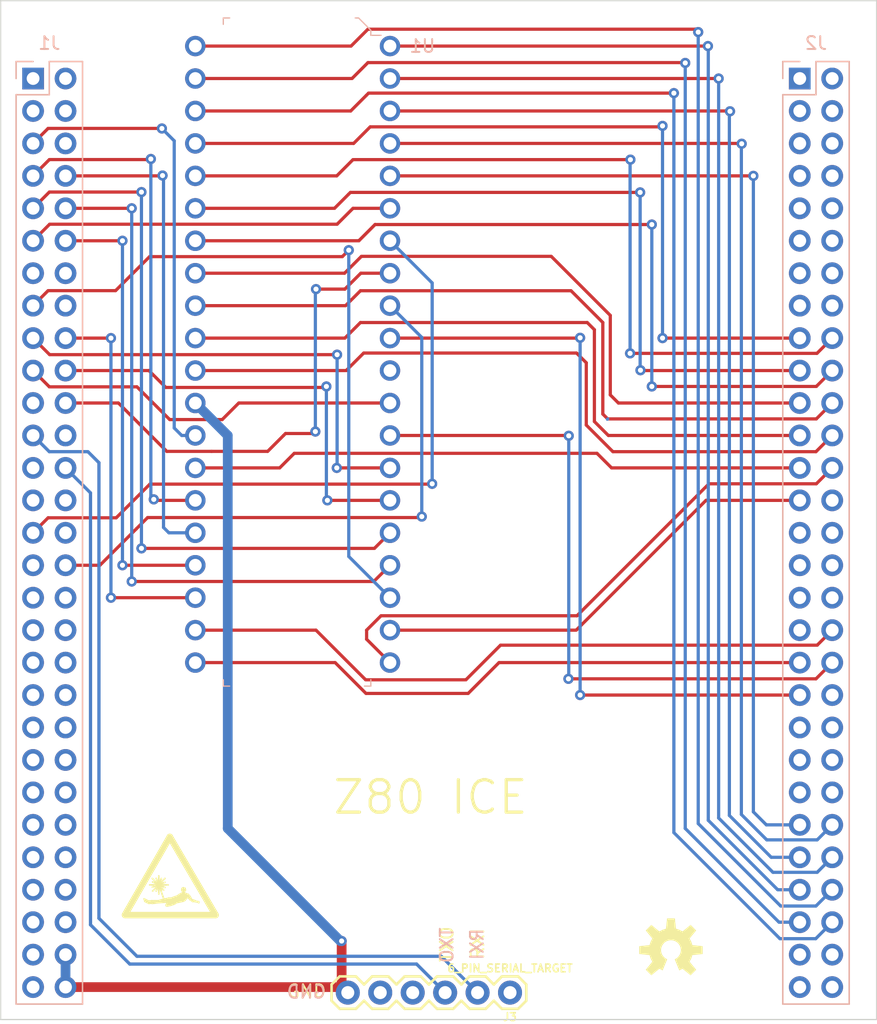
<source format=kicad_pcb>
(kicad_pcb (version 20211014) (generator pcbnew)
  (layers (0 "F.Cu" signal) (31 "B.Cu" signal) (34 "B.Paste" user) (35 "F.Paste" user) (36 "B.SilkS" user "B.Silkscreen") (37 "F.SilkS" user "F.Silkscreen") (38 "B.Mask" user) (39 "F.Mask" user) (44 "Edge.Cuts" user))
  (net 0 "")
  (net 5 "/~{RFSH}")
  (net 7 "/~{RESET}")
  (net 8 "/~{BUSRQ}")
  (net 9 "/~{INT}")
  (net 10 "/~{NMI}")
  (net 11 "/~{CLK}")
  (net 12 "/~{WAIT}")
  (net 15 "/~{HALT}")
  (net 17 "/D0")
  (net 18 "/~{BUSAK}")
  (net 19 "/D2")
  (net 20 "/D1")
  (net 22 "/D3")
  (net 27 "/D4")
  (net 30 "/D5")
  (net 53 "+3V3")
  (net 54 "GND")
  (net 55 "+5V")
  (net 72 "/A7")
  (net 73 "/A4")
  (net 74 "/A5")
  (net 75 "/A6")
  (net 76 "/A3")
  (net 77 "/A2")
  (net 78 "/A1")
  (net 79 "/A0")
  (net 80 "/~{M1}")
  (net 81 "/~{IORQ}")
  (net 82 "/~{MREQ}")
  (net 91 "/~{WR}")
  (net 92 "/~{RD}")
  (net 93 "/D7")
  (net 94 "/D6")
  (net 102 "/A15")
  (net 103 "/A14")
  (net 104 "/A13")
  (net 105 "/A12")
  (net 106 "/A11")
  (net 107 "/A10")
  (net 108 "/A9")
  (net 109 "/A8")
  (net 115 "Net-(J1-Pad23)")
  (net 116 "Net-(J1-Pad26)")
  (footprint "Aesthetics:OSHW-LOGO-M" (layer "F.Cu") (at 151.5364 119.0244)
    (fp_text reference "LOGO1" hide)
    (fp_text value "OSHW-LOGOM" hide)
  )
  (footprint "Connectors:1X06" (layer "F.Cu") (at 138.938 122.3518 180)
    (fp_text reference "J3" (at 0 -1.905 180) (layer "F.SilkS") (effects (font (size 0.6096 0.6096) (thickness 0.127))))
    (fp_text value "6_PIN_SERIAL_TARGET" (at 0 1.905 180) (layer "F.SilkS") (effects (font (size 0.6096 0.6096) (thickness 0.127))))
    (pad "1" thru_hole circle locked (at 0 0 180) (size 1.8796 1.8796) (drill 1.016) (layers *.Cu *.Mask))
    (pad "2" thru_hole circle locked (at 2.54 0 180) (size 1.8796 1.8796) (drill 1.016) (layers *.Cu *.Mask) (net 115 "Net-(J1-Pad23)"))
    (pad "3" thru_hole circle locked (at 5.08 0 180) (size 1.8796 1.8796) (drill 1.016) (layers *.Cu *.Mask) (net 116 "Net-(J1-Pad26)"))
    (pad "4" thru_hole circle locked (at 7.62 0 180) (size 1.8796 1.8796) (drill 1.016) (layers *.Cu *.Mask))
    (pad "5" thru_hole circle locked (at 10.16 0 180) (size 1.8796 1.8796) (drill 1.016) (layers *.Cu *.Mask))
    (pad "6" thru_hole circle locked (at 12.7 0 180) (size 1.8796 1.8796) (drill 1.016) (layers *.Cu *.Mask) (net 54 "GND"))
  )
  (footprint "PHYSNOCT:PHYSNOCT" (layer "F.Cu") (at 108.4941 116.6134)
    (fp_text reference "U2" hide)
    (fp_text value "PHYSNOCT_PHYSNOCT" hide)
  )
  (footprint "Connector_PinSocket_2.54mm:PinSocket_2x29_P2.54mm_Vertical" (layer "B.Cu") (at 101.6 50.8 180)
    (fp_text reference "J1" (at -1.27 2.77) (layer "B.SilkS") (effects (justify mirror)))
    (fp_text value "Conn_02x29_Odd_Even" hide)
    (pad "1" thru_hole rect (at 0 0 180) (size 1.7 1.7) (drill 1) (layers *.Cu *.Mask))
    (pad "2" thru_hole oval (at -2.54 0 180) (size 1.7 1.7) (drill 1) (layers *.Cu *.Mask))
    (pad "3" thru_hole oval (at 0 -2.54 180) (size 1.7 1.7) (drill 1) (layers *.Cu *.Mask))
    (pad "4" thru_hole oval (at -2.54 -2.54 180) (size 1.7 1.7) (drill 1) (layers *.Cu *.Mask))
    (pad "5" thru_hole oval (at 0 -5.08 180) (size 1.7 1.7) (drill 1) (layers *.Cu *.Mask) (net 5 "/~{RFSH}"))
    (pad "6" thru_hole oval (at -2.54 -5.08 180) (size 1.7 1.7) (drill 1) (layers *.Cu *.Mask))
    (pad "7" thru_hole oval (at 0 -7.62 180) (size 1.7 1.7) (drill 1) (layers *.Cu *.Mask) (net 7 "/~{RESET}"))
    (pad "8" thru_hole oval (at -2.54 -7.62 180) (size 1.7 1.7) (drill 1) (layers *.Cu *.Mask) (net 8 "/~{BUSRQ}"))
    (pad "9" thru_hole oval (at 0 -10.16 180) (size 1.7 1.7) (drill 1) (layers *.Cu *.Mask) (net 9 "/~{INT}"))
    (pad "10" thru_hole oval (at -2.54 -10.16 180) (size 1.7 1.7) (drill 1) (layers *.Cu *.Mask) (net 10 "/~{NMI}"))
    (pad "11" thru_hole oval (at 0 -12.7 180) (size 1.7 1.7) (drill 1) (layers *.Cu *.Mask) (net 11 "/~{CLK}"))
    (pad "12" thru_hole oval (at -2.54 -12.7 180) (size 1.7 1.7) (drill 1) (layers *.Cu *.Mask) (net 12 "/~{WAIT}"))
    (pad "13" thru_hole oval (at 0 -15.24 180) (size 1.7 1.7) (drill 1) (layers *.Cu *.Mask))
    (pad "14" thru_hole oval (at -2.54 -15.24 180) (size 1.7 1.7) (drill 1) (layers *.Cu *.Mask))
    (pad "15" thru_hole oval (at 0 -17.78 180) (size 1.7 1.7) (drill 1) (layers *.Cu *.Mask) (net 15 "/~{HALT}"))
    (pad "16" thru_hole oval (at -2.54 -17.78 180) (size 1.7 1.7) (drill 1) (layers *.Cu *.Mask))
    (pad "17" thru_hole oval (at 0 -20.32 180) (size 1.7 1.7) (drill 1) (layers *.Cu *.Mask) (net 17 "/D0"))
    (pad "18" thru_hole oval (at -2.54 -20.32 180) (size 1.7 1.7) (drill 1) (layers *.Cu *.Mask) (net 18 "/~{BUSAK}"))
    (pad "19" thru_hole oval (at 0 -22.86 180) (size 1.7 1.7) (drill 1) (layers *.Cu *.Mask) (net 19 "/D2"))
    (pad "20" thru_hole oval (at -2.54 -22.86 180) (size 1.7 1.7) (drill 1) (layers *.Cu *.Mask) (net 20 "/D1"))
    (pad "21" thru_hole oval (at 0 -25.4 180) (size 1.7 1.7) (drill 1) (layers *.Cu *.Mask))
    (pad "22" thru_hole oval (at -2.54 -25.4 180) (size 1.7 1.7) (drill 1) (layers *.Cu *.Mask) (net 22 "/D3"))
    (pad "23" thru_hole oval (at 0 -27.94 180) (size 1.7 1.7) (drill 1) (layers *.Cu *.Mask) (net 115 "Net-(J1-Pad23)"))
    (pad "24" thru_hole oval (at -2.54 -27.94 180) (size 1.7 1.7) (drill 1) (layers *.Cu *.Mask))
    (pad "25" thru_hole oval (at 0 -30.48 180) (size 1.7 1.7) (drill 1) (layers *.Cu *.Mask))
    (pad "26" thru_hole oval (at -2.54 -30.48 180) (size 1.7 1.7) (drill 1) (layers *.Cu *.Mask) (net 116 "Net-(J1-Pad26)"))
    (pad "27" thru_hole oval (at 0 -33.02 180) (size 1.7 1.7) (drill 1) (layers *.Cu *.Mask))
    (pad "28" thru_hole oval (at -2.54 -33.02 180) (size 1.7 1.7) (drill 1) (layers *.Cu *.Mask))
    (pad "29" thru_hole oval (at 0 -35.56 180) (size 1.7 1.7) (drill 1) (layers *.Cu *.Mask) (net 27 "/D4"))
    (pad "30" thru_hole oval (at -2.54 -35.56 180) (size 1.7 1.7) (drill 1) (layers *.Cu *.Mask))
    (pad "31" thru_hole oval (at 0 -38.1 180) (size 1.7 1.7) (drill 1) (layers *.Cu *.Mask))
    (pad "32" thru_hole oval (at -2.54 -38.1 180) (size 1.7 1.7) (drill 1) (layers *.Cu *.Mask) (net 30 "/D5"))
    (pad "33" thru_hole oval (at 0 -40.64 180) (size 1.7 1.7) (drill 1) (layers *.Cu *.Mask))
    (pad "34" thru_hole oval (at -2.54 -40.64 180) (size 1.7 1.7) (drill 1) (layers *.Cu *.Mask))
    (pad "35" thru_hole oval (at 0 -43.18 180) (size 1.7 1.7) (drill 1) (layers *.Cu *.Mask))
    (pad "36" thru_hole oval (at -2.54 -43.18 180) (size 1.7 1.7) (drill 1) (layers *.Cu *.Mask))
    (pad "37" thru_hole oval (at 0 -45.72 180) (size 1.7 1.7) (drill 1) (layers *.Cu *.Mask))
    (pad "38" thru_hole oval (at -2.54 -45.72 180) (size 1.7 1.7) (drill 1) (layers *.Cu *.Mask))
    (pad "39" thru_hole oval (at 0 -48.26 180) (size 1.7 1.7) (drill 1) (layers *.Cu *.Mask))
    (pad "40" thru_hole oval (at -2.54 -48.26 180) (size 1.7 1.7) (drill 1) (layers *.Cu *.Mask))
    (pad "41" thru_hole oval (at 0 -50.8 180) (size 1.7 1.7) (drill 1) (layers *.Cu *.Mask))
    (pad "42" thru_hole oval (at -2.54 -50.8 180) (size 1.7 1.7) (drill 1) (layers *.Cu *.Mask))
    (pad "43" thru_hole oval (at 0 -53.34 180) (size 1.7 1.7) (drill 1) (layers *.Cu *.Mask))
    (pad "44" thru_hole oval (at -2.54 -53.34 180) (size 1.7 1.7) (drill 1) (layers *.Cu *.Mask))
    (pad "45" thru_hole oval (at 0 -55.88 180) (size 1.7 1.7) (drill 1) (layers *.Cu *.Mask))
    (pad "46" thru_hole oval (at -2.54 -55.88 180) (size 1.7 1.7) (drill 1) (layers *.Cu *.Mask))
    (pad "47" thru_hole oval (at 0 -58.42 180) (size 1.7 1.7) (drill 1) (layers *.Cu *.Mask))
    (pad "48" thru_hole oval (at -2.54 -58.42 180) (size 1.7 1.7) (drill 1) (layers *.Cu *.Mask))
    (pad "49" thru_hole oval (at 0 -60.96 180) (size 1.7 1.7) (drill 1) (layers *.Cu *.Mask))
    (pad "50" thru_hole oval (at -2.54 -60.96 180) (size 1.7 1.7) (drill 1) (layers *.Cu *.Mask))
    (pad "51" thru_hole oval (at 0 -63.5 180) (size 1.7 1.7) (drill 1) (layers *.Cu *.Mask))
    (pad "52" thru_hole oval (at -2.54 -63.5 180) (size 1.7 1.7) (drill 1) (layers *.Cu *.Mask))
    (pad "53" thru_hole oval (at 0 -66.04 180) (size 1.7 1.7) (drill 1) (layers *.Cu *.Mask))
    (pad "54" thru_hole oval (at -2.54 -66.04 180) (size 1.7 1.7) (drill 1) (layers *.Cu *.Mask))
    (pad "55" thru_hole oval (at 0 -68.58 180) (size 1.7 1.7) (drill 1) (layers *.Cu *.Mask) (net 53 "+3V3"))
    (pad "56" thru_hole oval (at -2.54 -68.58 180) (size 1.7 1.7) (drill 1) (layers *.Cu *.Mask) (net 54 "GND"))
    (pad "57" thru_hole oval (at 0 -71.12 180) (size 1.7 1.7) (drill 1) (layers *.Cu *.Mask) (net 55 "+5V"))
    (pad "58" thru_hole oval (at -2.54 -71.12 180) (size 1.7 1.7) (drill 1) (layers *.Cu *.Mask) (net 54 "GND"))
  )
  (footprint "Connector_PinSocket_2.54mm:PinSocket_2x29_P2.54mm_Vertical" (layer "B.Cu") (at 161.6202 50.8 180)
    (fp_text reference "J2" (at -1.27 2.77) (layer "B.SilkS") (effects (justify mirror)))
    (fp_text value "Conn_02x29_Odd_Even" hide)
    (pad "1" thru_hole rect (at 0 0 180) (size 1.7 1.7) (drill 1) (layers *.Cu *.Mask))
    (pad "2" thru_hole oval (at -2.54 0 180) (size 1.7 1.7) (drill 1) (layers *.Cu *.Mask))
    (pad "3" thru_hole oval (at 0 -2.54 180) (size 1.7 1.7) (drill 1) (layers *.Cu *.Mask))
    (pad "4" thru_hole oval (at -2.54 -2.54 180) (size 1.7 1.7) (drill 1) (layers *.Cu *.Mask))
    (pad "5" thru_hole oval (at 0 -5.08 180) (size 1.7 1.7) (drill 1) (layers *.Cu *.Mask))
    (pad "6" thru_hole oval (at -2.54 -5.08 180) (size 1.7 1.7) (drill 1) (layers *.Cu *.Mask))
    (pad "7" thru_hole oval (at 0 -7.62 180) (size 1.7 1.7) (drill 1) (layers *.Cu *.Mask))
    (pad "8" thru_hole oval (at -2.54 -7.62 180) (size 1.7 1.7) (drill 1) (layers *.Cu *.Mask))
    (pad "9" thru_hole oval (at 0 -10.16 180) (size 1.7 1.7) (drill 1) (layers *.Cu *.Mask))
    (pad "10" thru_hole oval (at -2.54 -10.16 180) (size 1.7 1.7) (drill 1) (layers *.Cu *.Mask))
    (pad "11" thru_hole oval (at 0 -12.7 180) (size 1.7 1.7) (drill 1) (layers *.Cu *.Mask))
    (pad "12" thru_hole oval (at -2.54 -12.7 180) (size 1.7 1.7) (drill 1) (layers *.Cu *.Mask))
    (pad "13" thru_hole oval (at 0 -15.24 180) (size 1.7 1.7) (drill 1) (layers *.Cu *.Mask))
    (pad "14" thru_hole oval (at -2.54 -15.24 180) (size 1.7 1.7) (drill 1) (layers *.Cu *.Mask))
    (pad "15" thru_hole oval (at 0 -17.78 180) (size 1.7 1.7) (drill 1) (layers *.Cu *.Mask))
    (pad "16" thru_hole oval (at -2.54 -17.78 180) (size 1.7 1.7) (drill 1) (layers *.Cu *.Mask))
    (pad "17" thru_hole oval (at 0 -20.32 180) (size 1.7 1.7) (drill 1) (layers *.Cu *.Mask) (net 72 "/A7"))
    (pad "18" thru_hole oval (at -2.54 -20.32 180) (size 1.7 1.7) (drill 1) (layers *.Cu *.Mask) (net 75 "/A6"))
    (pad "19" thru_hole oval (at 0 -22.86 180) (size 1.7 1.7) (drill 1) (layers *.Cu *.Mask) (net 74 "/A5"))
    (pad "20" thru_hole oval (at -2.54 -22.86 180) (size 1.7 1.7) (drill 1) (layers *.Cu *.Mask) (net 73 "/A4"))
    (pad "21" thru_hole oval (at 0 -25.4 180) (size 1.7 1.7) (drill 1) (layers *.Cu *.Mask) (net 76 "/A3"))
    (pad "22" thru_hole oval (at -2.54 -25.4 180) (size 1.7 1.7) (drill 1) (layers *.Cu *.Mask) (net 77 "/A2"))
    (pad "23" thru_hole oval (at 0 -27.94 180) (size 1.7 1.7) (drill 1) (layers *.Cu *.Mask) (net 78 "/A1"))
    (pad "24" thru_hole oval (at -2.54 -27.94 180) (size 1.7 1.7) (drill 1) (layers *.Cu *.Mask) (net 79 "/A0"))
    (pad "25" thru_hole oval (at 0 -30.48 180) (size 1.7 1.7) (drill 1) (layers *.Cu *.Mask) (net 80 "/~{M1}"))
    (pad "26" thru_hole oval (at -2.54 -30.48 180) (size 1.7 1.7) (drill 1) (layers *.Cu *.Mask) (net 81 "/~{IORQ}"))
    (pad "27" thru_hole oval (at 0 -33.02 180) (size 1.7 1.7) (drill 1) (layers *.Cu *.Mask) (net 82 "/~{MREQ}"))
    (pad "28" thru_hole oval (at -2.54 -33.02 180) (size 1.7 1.7) (drill 1) (layers *.Cu *.Mask))
    (pad "29" thru_hole oval (at 0 -35.56 180) (size 1.7 1.7) (drill 1) (layers *.Cu *.Mask))
    (pad "30" thru_hole oval (at -2.54 -35.56 180) (size 1.7 1.7) (drill 1) (layers *.Cu *.Mask))
    (pad "31" thru_hole oval (at 0 -38.1 180) (size 1.7 1.7) (drill 1) (layers *.Cu *.Mask))
    (pad "32" thru_hole oval (at -2.54 -38.1 180) (size 1.7 1.7) (drill 1) (layers *.Cu *.Mask))
    (pad "33" thru_hole oval (at 0 -40.64 180) (size 1.7 1.7) (drill 1) (layers *.Cu *.Mask))
    (pad "34" thru_hole oval (at -2.54 -40.64 180) (size 1.7 1.7) (drill 1) (layers *.Cu *.Mask))
    (pad "35" thru_hole oval (at 0 -43.18 180) (size 1.7 1.7) (drill 1) (layers *.Cu *.Mask))
    (pad "36" thru_hole oval (at -2.54 -43.18 180) (size 1.7 1.7) (drill 1) (layers *.Cu *.Mask) (net 91 "/~{WR}"))
    (pad "37" thru_hole oval (at 0 -45.72 180) (size 1.7 1.7) (drill 1) (layers *.Cu *.Mask) (net 92 "/~{RD}"))
    (pad "38" thru_hole oval (at -2.54 -45.72 180) (size 1.7 1.7) (drill 1) (layers *.Cu *.Mask) (net 93 "/D7"))
    (pad "39" thru_hole oval (at 0 -48.26 180) (size 1.7 1.7) (drill 1) (layers *.Cu *.Mask) (net 94 "/D6"))
    (pad "40" thru_hole oval (at -2.54 -48.26 180) (size 1.7 1.7) (drill 1) (layers *.Cu *.Mask))
    (pad "41" thru_hole oval (at 0 -50.8 180) (size 1.7 1.7) (drill 1) (layers *.Cu *.Mask))
    (pad "42" thru_hole oval (at -2.54 -50.8 180) (size 1.7 1.7) (drill 1) (layers *.Cu *.Mask))
    (pad "43" thru_hole oval (at 0 -53.34 180) (size 1.7 1.7) (drill 1) (layers *.Cu *.Mask))
    (pad "44" thru_hole oval (at -2.54 -53.34 180) (size 1.7 1.7) (drill 1) (layers *.Cu *.Mask))
    (pad "45" thru_hole oval (at 0 -55.88 180) (size 1.7 1.7) (drill 1) (layers *.Cu *.Mask))
    (pad "46" thru_hole oval (at -2.54 -55.88 180) (size 1.7 1.7) (drill 1) (layers *.Cu *.Mask))
    (pad "47" thru_hole oval (at 0 -58.42 180) (size 1.7 1.7) (drill 1) (layers *.Cu *.Mask) (net 102 "/A15"))
    (pad "48" thru_hole oval (at -2.54 -58.42 180) (size 1.7 1.7) (drill 1) (layers *.Cu *.Mask) (net 103 "/A14"))
    (pad "49" thru_hole oval (at 0 -60.96 180) (size 1.7 1.7) (drill 1) (layers *.Cu *.Mask) (net 104 "/A13"))
    (pad "50" thru_hole oval (at -2.54 -60.96 180) (size 1.7 1.7) (drill 1) (layers *.Cu *.Mask) (net 105 "/A12"))
    (pad "51" thru_hole oval (at 0 -63.5 180) (size 1.7 1.7) (drill 1) (layers *.Cu *.Mask) (net 106 "/A11"))
    (pad "52" thru_hole oval (at -2.54 -63.5 180) (size 1.7 1.7) (drill 1) (layers *.Cu *.Mask) (net 107 "/A10"))
    (pad "53" thru_hole oval (at 0 -66.04 180) (size 1.7 1.7) (drill 1) (layers *.Cu *.Mask) (net 108 "/A9"))
    (pad "54" thru_hole oval (at -2.54 -66.04 180) (size 1.7 1.7) (drill 1) (layers *.Cu *.Mask) (net 109 "/A8"))
    (pad "55" thru_hole oval (at 0 -68.58 180) (size 1.7 1.7) (drill 1) (layers *.Cu *.Mask))
    (pad "56" thru_hole oval (at -2.54 -68.58 180) (size 1.7 1.7) (drill 1) (layers *.Cu *.Mask))
    (pad "57" thru_hole oval (at 0 -71.12 180) (size 1.7 1.7) (drill 1) (layers *.Cu *.Mask))
    (pad "58" thru_hole oval (at -2.54 -71.12 180) (size 1.7 1.7) (drill 1) (layers *.Cu *.Mask))
  )
  (footprint "digikey-footprints:DIP-40_W15.24mm" (layer "B.Cu") (at 129.54 48.26 180)
    (fp_text reference "U1" (at -2.54 0) (layer "B.SilkS") (effects (justify mirror)))
    (fp_text value "Z80CPU")
    (pad "1" thru_hole circle locked (at 0 0 180) (size 1.6 1.6) (drill 1) (layers *.Cu *.Mask) (net 106 "/A11"))
    (pad "2" thru_hole circle locked (at 0 -2.54 180) (size 1.6 1.6) (drill 1) (layers *.Cu *.Mask) (net 105 "/A12"))
    (pad "3" thru_hole circle locked (at 0 -5.08 180) (size 1.6 1.6) (drill 1) (layers *.Cu *.Mask) (net 104 "/A13"))
    (pad "4" thru_hole circle locked (at 0 -7.62 180) (size 1.6 1.6) (drill 1) (layers *.Cu *.Mask) (net 103 "/A14"))
    (pad "5" thru_hole circle locked (at 0 -10.16 180) (size 1.6 1.6) (drill 1) (layers *.Cu *.Mask) (net 102 "/A15"))
    (pad "6" thru_hole circle locked (at 0 -12.7 180) (size 1.6 1.6) (drill 1) (layers *.Cu *.Mask) (net 11 "/~{CLK}"))
    (pad "7" thru_hole circle locked (at 0 -15.24 180) (size 1.6 1.6) (drill 1) (layers *.Cu *.Mask) (net 27 "/D4"))
    (pad "8" thru_hole circle locked (at 0 -17.78 180) (size 1.6 1.6) (drill 1) (layers *.Cu *.Mask) (net 22 "/D3"))
    (pad "9" thru_hole circle locked (at 0 -20.32 180) (size 1.6 1.6) (drill 1) (layers *.Cu *.Mask) (net 30 "/D5"))
    (pad "10" thru_hole circle locked (at 0 -22.86 180) (size 1.6 1.6) (drill 1) (layers *.Cu *.Mask) (net 94 "/D6"))
    (pad "11" thru_hole circle locked (at 0 -25.4 180) (size 1.6 1.6) (drill 1) (layers *.Cu *.Mask))
    (pad "12" thru_hole circle locked (at 0 -27.94 180) (size 1.6 1.6) (drill 1) (layers *.Cu *.Mask) (net 19 "/D2"))
    (pad "13" thru_hole circle locked (at 0 -30.48 180) (size 1.6 1.6) (drill 1) (layers *.Cu *.Mask) (net 93 "/D7"))
    (pad "14" thru_hole circle locked (at 0 -33.02 180) (size 1.6 1.6) (drill 1) (layers *.Cu *.Mask) (net 17 "/D0"))
    (pad "15" thru_hole circle locked (at 0 -35.56 180) (size 1.6 1.6) (drill 1) (layers *.Cu *.Mask) (net 20 "/D1"))
    (pad "16" thru_hole circle locked (at 0 -38.1 180) (size 1.6 1.6) (drill 1) (layers *.Cu *.Mask) (net 9 "/~{INT}"))
    (pad "17" thru_hole circle locked (at 0 -40.64 180) (size 1.6 1.6) (drill 1) (layers *.Cu *.Mask) (net 10 "/~{NMI}"))
    (pad "18" thru_hole circle locked (at 0 -43.18 180) (size 1.6 1.6) (drill 1) (layers *.Cu *.Mask) (net 15 "/~{HALT}"))
    (pad "19" thru_hole circle locked (at 0 -45.72 180) (size 1.6 1.6) (drill 1) (layers *.Cu *.Mask) (net 82 "/~{MREQ}"))
    (pad "20" thru_hole circle locked (at 0 -48.26 180) (size 1.6 1.6) (drill 1) (layers *.Cu *.Mask) (net 81 "/~{IORQ}"))
    (pad "21" thru_hole circle locked (at 15.24 -48.26 180) (size 1.6 1.6) (drill 1) (layers *.Cu *.Mask) (net 92 "/~{RD}"))
    (pad "22" thru_hole circle locked (at 15.24 -45.72 180) (size 1.6 1.6) (drill 1) (layers *.Cu *.Mask) (net 91 "/~{WR}"))
    (pad "23" thru_hole circle locked (at 15.24 -43.18 180) (size 1.6 1.6) (drill 1) (layers *.Cu *.Mask) (net 18 "/~{BUSAK}"))
    (pad "24" thru_hole circle locked (at 15.24 -40.64 180) (size 1.6 1.6) (drill 1) (layers *.Cu *.Mask) (net 12 "/~{WAIT}"))
    (pad "25" thru_hole circle locked (at 15.24 -38.1 180) (size 1.6 1.6) (drill 1) (layers *.Cu *.Mask) (net 8 "/~{BUSRQ}"))
    (pad "26" thru_hole circle locked (at 15.24 -35.56 180) (size 1.6 1.6) (drill 1) (layers *.Cu *.Mask) (net 7 "/~{RESET}"))
    (pad "27" thru_hole circle locked (at 15.24 -33.02 180) (size 1.6 1.6) (drill 1) (layers *.Cu *.Mask) (net 80 "/~{M1}"))
    (pad "28" thru_hole circle locked (at 15.24 -30.48 180) (size 1.6 1.6) (drill 1) (layers *.Cu *.Mask) (net 5 "/~{RFSH}"))
    (pad "29" thru_hole circle locked (at 15.24 -27.94 180) (size 1.6 1.6) (drill 1) (layers *.Cu *.Mask) (net 54 "GND"))
    (pad "30" thru_hole circle locked (at 15.24 -25.4 180) (size 1.6 1.6) (drill 1) (layers *.Cu *.Mask) (net 79 "/A0"))
    (pad "31" thru_hole circle locked (at 15.24 -22.86 180) (size 1.6 1.6) (drill 1) (layers *.Cu *.Mask) (net 78 "/A1"))
    (pad "32" thru_hole circle locked (at 15.24 -20.32 180) (size 1.6 1.6) (drill 1) (layers *.Cu *.Mask) (net 77 "/A2"))
    (pad "33" thru_hole circle locked (at 15.24 -17.78 180) (size 1.6 1.6) (drill 1) (layers *.Cu *.Mask) (net 76 "/A3"))
    (pad "34" thru_hole circle locked (at 15.24 -15.24 180) (size 1.6 1.6) (drill 1) (layers *.Cu *.Mask) (net 73 "/A4"))
    (pad "35" thru_hole circle locked (at 15.24 -12.7 180) (size 1.6 1.6) (drill 1) (layers *.Cu *.Mask) (net 74 "/A5"))
    (pad "36" thru_hole circle locked (at 15.24 -10.16 180) (size 1.6 1.6) (drill 1) (layers *.Cu *.Mask) (net 75 "/A6"))
    (pad "37" thru_hole circle locked (at 15.24 -7.62 180) (size 1.6 1.6) (drill 1) (layers *.Cu *.Mask) (net 72 "/A7"))
    (pad "38" thru_hole circle locked (at 15.24 -5.08 180) (size 1.6 1.6) (drill 1) (layers *.Cu *.Mask) (net 109 "/A8"))
    (pad "39" thru_hole circle locked (at 15.24 -2.54 180) (size 1.6 1.6) (drill 1) (layers *.Cu *.Mask) (net 108 "/A9"))
    (pad "40" thru_hole circle locked (at 15.24 0 180) (size 1.6 1.6) (drill 1) (layers *.Cu *.Mask) (net 107 "/A10"))
  )
  (gr_rect (start 99.06 44.704) (end 167.64 124.46) (layer "Edge.Cuts") (width 0.1) (fill none))
  (gr_text "TXO" (at 133.985 118.6434 90) (layer "B.SilkS") (effects (font (size 1 1)) (justify mirror)))
  (gr_text "GND" (at 122.9868 122.301) (layer "B.SilkS") (effects (font (size 1 1)) (justify mirror)))
  (gr_text "RXI" (at 136.3472 118.5672 90) (layer "B.SilkS") (effects (font (size 1 1)) (justify mirror)))
  (gr_text "RXI" (at 136.398 118.5418 90) (layer "F.SilkS") (effects (font (size 1 1))))
  (gr_text "TXO" (at 133.985 118.5672 90) (layer "F.SilkS") (effects (font (size 1 1))))
  (gr_text "Z80 ICE" (at 132.715 107.061) (layer "F.SilkS") (effects (font (size 2.54 2.54) (thickness 0.254))))
  (gr_text "GND" (at 123.0122 122.2502) (layer "F.SilkS") (effects (font (size 1 1))))
  (segment (start 102.775 54.705) (end 111.6772 54.705) (width 0.25) (layer "F.Cu") (net 5))
  (segment (start 101.6 55.88) (end 102.775 54.705) (width 0.25) (layer "F.Cu") (net 5))
  (segment (start 111.6772 54.705) (end 111.6838 54.7116) (width 0.25) (layer "F.Cu") (net 5))
  (via (at 111.6838 54.7116) (size 0.8) (drill 0.4) (layers "F.Cu" "B.Cu") (net 5))
  (segment (start 113.2332 78.74) (end 114.3 78.74) (width 0.25) (layer "B.Cu") (net 5))
  (segment (start 111.6838 54.7116) (end 112.649 55.6768) (width 0.25) (layer "B.Cu") (net 5))
  (segment (start 112.649 78.1558) (end 113.2332 78.74) (width 0.25) (layer "B.Cu") (net 5))
  (segment (start 112.649 55.6768) (end 112.649 78.1558) (width 0.25) (layer "B.Cu") (net 5))
  (segment (start 111.125 83.82) (end 114.3 83.82) (width 0.25) (layer "F.Cu") (net 7))
  (segment (start 111.0488 83.7438) (end 111.125 83.82) (width 0.25) (layer "F.Cu") (net 7))
  (segment (start 102.874278 57.145722) (end 110.773678 57.145722) (width 0.25) (layer "F.Cu") (net 7))
  (segment (start 110.773678 57.145722) (end 110.8202 57.0992) (width 0.25) (layer "F.Cu") (net 7))
  (segment (start 101.6 58.42) (end 102.874278 57.145722) (width 0.25) (layer "F.Cu") (net 7))
  (via (at 110.8202 57.0992) (size 0.8) (drill 0.4) (layers "F.Cu" "B.Cu") (net 7))
  (via (at 111.0488 83.7438) (size 0.8) (drill 0.4) (layers "F.Cu" "B.Cu") (net 7))
  (segment (start 110.8202 83.5152) (end 110.8202 57.0992) (width 0.25) (layer "B.Cu") (net 7))
  (segment (start 111.0488 83.7438) (end 110.8202 83.5152) (width 0.25) (layer "B.Cu") (net 7))
  (segment (start 104.14 58.42) (end 111.7092 58.42) (width 0.25) (layer "F.Cu") (net 8))
  (segment (start 111.7092 58.42) (end 111.7346 58.3946) (width 0.25) (layer "F.Cu") (net 8))
  (via (at 111.7346 58.3946) (size 0.8) (drill 0.4) (layers "F.Cu" "B.Cu") (net 8))
  (segment (start 111.8108 85.9409) (end 112.2299 86.36) (width 0.25) (layer "B.Cu") (net 8))
  (segment (start 111.7346 58.3946) (end 111.8108 58.4708) (width 0.25) (layer "B.Cu") (net 8))
  (segment (start 112.2299 86.36) (end 114.3 86.36) (width 0.25) (layer "B.Cu") (net 8))
  (segment (start 111.8108 58.4708) (end 111.8108 85.9409) (width 0.25) (layer "B.Cu") (net 8))
  (segment (start 110.079322 59.685722) (end 110.0836 59.69) (width 0.25) (layer "F.Cu") (net 9))
  (segment (start 128.3208 87.5792) (end 129.54 86.36) (width 0.25) (layer "F.Cu") (net 9))
  (segment (start 110.0836 87.5792) (end 128.3208 87.5792) (width 0.25) (layer "F.Cu") (net 9))
  (segment (start 101.6 60.96) (end 102.874278 59.685722) (width 0.25) (layer "F.Cu") (net 9))
  (segment (start 102.874278 59.685722) (end 110.079322 59.685722) (width 0.25) (layer "F.Cu") (net 9))
  (via (at 110.0836 87.5792) (size 0.8) (drill 0.4) (layers "F.Cu" "B.Cu") (net 9))
  (via (at 110.0836 59.69) (size 0.8) (drill 0.4) (layers "F.Cu" "B.Cu") (net 9))
  (segment (start 110.0836 59.69) (end 110.0836 87.5792) (width 0.25) (layer "B.Cu") (net 9))
  (segment (start 104.14 60.96) (end 109.3216 60.96) (width 0.25) (layer "F.Cu") (net 10))
  (segment (start 128.27 90.17) (end 129.54 88.9) (width 0.25) (layer "F.Cu") (net 10))
  (segment (start 109.3216 90.17) (end 128.27 90.17) (width 0.25) (layer "F.Cu") (net 10))
  (via (at 109.3216 90.17) (size 0.8) (drill 0.4) (layers "F.Cu" "B.Cu") (net 10))
  (via (at 109.3216 60.96) (size 0.8) (drill 0.4) (layers "F.Cu" "B.Cu") (net 10))
  (segment (start 109.3216 60.96) (end 109.3216 90.17) (width 0.25) (layer "B.Cu") (net 10))
  (segment (start 102.8954 62.2046) (end 101.6 63.5) (width 0.25) (layer "F.Cu") (net 11))
  (segment (start 125.3998 62.2046) (end 102.8954 62.2046) (width 0.25) (layer "F.Cu") (net 11))
  (segment (start 129.54 60.96) (end 126.6444 60.96) (width 0.25) (layer "F.Cu") (net 11))
  (segment (start 126.6444 60.96) (end 125.3998 62.2046) (width 0.25) (layer "F.Cu") (net 11))
  (segment (start 104.14 63.5) (end 108.5971 63.5) (width 0.25) (layer "F.Cu") (net 12))
  (segment (start 108.5971 88.9) (end 114.3 88.9) (width 0.25) (layer "F.Cu") (net 12))
  (via (at 108.5971 88.9) (size 0.8) (drill 0.4) (layers "F.Cu" "B.Cu") (net 12))
  (via (at 108.5971 63.5) (size 0.8) (drill 0.4) (layers "F.Cu" "B.Cu") (net 12))
  (segment (start 108.5971 63.5) (end 108.5971 88.8867) (width 0.25) (layer "B.Cu") (net 12))
  (segment (start 108.5971 88.8867) (end 108.6104 88.9) (width 0.25) (layer "B.Cu") (net 12))
  (segment (start 108.6104 88.9) (end 108.5971 88.9) (width 0.25) (layer "B.Cu") (net 12))
  (segment (start 125.8062 64.7446) (end 126.3142 64.2366) (width 0.25) (layer "F.Cu") (net 15))
  (segment (start 101.6 68.58) (end 102.775 67.405) (width 0.25) (layer "F.Cu") (net 15))
  (segment (start 110.7186 64.7446) (end 125.8062 64.7446) (width 0.25) (layer "F.Cu") (net 15))
  (segment (start 102.775 67.405) (end 108.0582 67.405) (width 0.25) (layer "F.Cu") (net 15))
  (segment (start 108.0582 67.405) (end 110.7186 64.7446) (width 0.25) (layer "F.Cu") (net 15))
  (via (at 126.3142 64.2366) (size 0.8) (drill 0.4) (layers "F.Cu" "B.Cu") (net 15))
  (segment (start 126.3142 64.2366) (end 126.3142 88.2142) (width 0.25) (layer "B.Cu") (net 15))
  (segment (start 126.3142 88.2142) (end 129.54 91.44) (width 0.25) (layer "B.Cu") (net 15))
  (segment (start 125.3744 81.28) (end 129.54 81.28) (width 0.25) (layer "F.Cu") (net 17))
  (segment (start 101.6 71.12) (end 102.8954 72.4154) (width 0.25) (layer "F.Cu") (net 17))
  (segment (start 102.8954 72.4154) (end 125.3998 72.4154) (width 0.25) (layer "F.Cu") (net 17))
  (via (at 125.3998 72.4154) (size 0.8) (drill 0.4) (layers "F.Cu" "B.Cu") (net 17))
  (via (at 125.3744 81.28) (size 0.8) (drill 0.4) (layers "F.Cu" "B.Cu") (net 17))
  (segment (start 125.3998 72.4154) (end 125.3998 81.2546) (width 0.25) (layer "B.Cu") (net 17))
  (segment (start 125.3998 81.2546) (end 125.3744 81.28) (width 0.25) (layer "B.Cu") (net 17))
  (segment (start 104.14 71.12) (end 107.696 71.12) (width 0.25) (layer "F.Cu") (net 18))
  (segment (start 107.696 91.44) (end 114.3 91.44) (width 0.25) (layer "F.Cu") (net 18))
  (via (at 107.696 91.44) (size 0.8) (drill 0.4) (layers "F.Cu" "B.Cu") (net 18))
  (via (at 107.696 71.12) (size 0.8) (drill 0.4) (layers "F.Cu" "B.Cu") (net 18))
  (segment (start 107.696 71.12) (end 107.696 91.44) (width 0.25) (layer "B.Cu") (net 18))
  (segment (start 101.6 73.66) (end 102.874278 74.934278) (width 0.25) (layer "F.Cu") (net 19))
  (segment (start 112.2934 77.4954) (end 116.4082 77.4954) (width 0.25) (layer "F.Cu") (net 19))
  (segment (start 116.4082 77.4954) (end 117.7036 76.2) (width 0.25) (layer "F.Cu") (net 19))
  (segment (start 109.732278 74.934278) (end 112.2934 77.4954) (width 0.25) (layer "F.Cu") (net 19))
  (segment (start 117.7036 76.2) (end 129.54 76.2) (width 0.25) (layer "F.Cu") (net 19))
  (segment (start 102.874278 74.934278) (end 109.732278 74.934278) (width 0.25) (layer "F.Cu") (net 19))
  (segment (start 111.9886 74.9808) (end 124.4854 74.9808) (width 0.25) (layer "F.Cu") (net 20))
  (segment (start 104.14 73.66) (end 110.6678 73.66) (width 0.25) (layer "F.Cu") (net 20))
  (segment (start 124.4854 74.9808) (end 124.5616 74.9046) (width 0.25) (layer "F.Cu") (net 20))
  (segment (start 110.6678 73.66) (end 111.9886 74.9808) (width 0.25) (layer "F.Cu") (net 20))
  (segment (start 124.6378 83.82) (end 129.54 83.82) (width 0.25) (layer "F.Cu") (net 20))
  (via (at 124.6378 83.82) (size 0.8) (drill 0.4) (layers "F.Cu" "B.Cu") (net 20))
  (via (at 124.5616 74.9046) (size 0.8) (drill 0.4) (layers "F.Cu" "B.Cu") (net 20))
  (segment (start 124.5616 74.9046) (end 124.5616 83.7438) (width 0.25) (layer "B.Cu") (net 20))
  (segment (start 124.5616 83.7438) (end 124.6378 83.82) (width 0.25) (layer "B.Cu") (net 20))
  (segment (start 127.254 66.04) (end 126.1364 67.1576) (width 0.25) (layer "F.Cu") (net 22))
  (segment (start 123.7742 78.5114) (end 123.698 78.4352) (width 0.25) (layer "F.Cu") (net 22))
  (segment (start 111.9378 79.8576) (end 112.0648 79.9846) (width 0.25) (layer "F.Cu") (net 22))
  (segment (start 121.2088 78.74) (end 121.3612 78.5876) (width 0.25) (layer "F.Cu") (net 22))
  (segment (start 126.0094 67.2846) (end 126.1364 67.1576) (width 0.25) (layer "F.Cu") (net 22))
  (segment (start 123.7488 67.2846) (end 126.0094 67.2846) (width 0.25) (layer "F.Cu") (net 22))
  (segment (start 121.3612 78.5876) (end 123.7742 78.5876) (width 0.25) (layer "F.Cu") (net 22))
  (segment (start 119.9642 79.9846) (end 121.2088 78.74) (width 0.25) (layer "F.Cu") (net 22))
  (segment (start 126.0094 67.2846) (end 125.984 67.2846) (width 0.25) (layer "F.Cu") (net 22))
  (segment (start 129.54 66.04) (end 127.254 66.04) (width 0.25) (layer "F.Cu") (net 22))
  (segment (start 104.14 76.2) (end 108.2802 76.2) (width 0.25) (layer "F.Cu") (net 22))
  (segment (start 123.7742 78.5876) (end 123.7742 78.5114) (width 0.25) (layer "F.Cu") (net 22))
  (segment (start 108.2802 76.2) (end 111.9378 79.8576) (width 0.25) (layer "F.Cu") (net 22))
  (segment (start 112.0648 79.9846) (end 115.57 79.9846) (width 0.25) (layer "F.Cu") (net 22))
  (segment (start 115.57 79.9846) (end 119.9642 79.9846) (width 0.25) (layer "F.Cu") (net 22))
  (via (at 123.7488 67.2846) (size 0.8) (drill 0.4) (layers "F.Cu" "B.Cu") (net 22))
  (via (at 123.698 78.4352) (size 0.8) (drill 0.4) (layers "F.Cu" "B.Cu") (net 22))
  (segment (start 123.698 78.4352) (end 123.698 67.3354) (width 0.25) (layer "B.Cu") (net 22))
  (segment (start 123.698 67.3354) (end 123.7488 67.2846) (width 0.25) (layer "B.Cu") (net 22))
  (segment (start 108.109 85.185) (end 110.744 82.55) (width 0.25) (layer "F.Cu") (net 27))
  (segment (start 132.8166 82.55) (end 132.842 82.5246) (width 0.25) (layer "F.Cu") (net 27))
  (segment (start 101.6 86.36) (end 102.775 85.185) (width 0.25) (layer "F.Cu") (net 27))
  (segment (start 102.775 85.185) (end 108.109 85.185) (width 0.25) (layer "F.Cu") (net 27))
  (segment (start 110.744 82.55) (end 132.8166 82.55) (width 0.25) (layer "F.Cu") (net 27))
  (via (at 132.842 82.5246) (size 0.8) (drill 0.4) (layers "F.Cu" "B.Cu") (net 27))
  (segment (start 132.842 66.802) (end 129.54 63.5) (width 0.25) (layer "B.Cu") (net 27))
  (segment (start 132.842 82.5246) (end 132.842 66.802) (width 0.25) (layer "B.Cu") (net 27))
  (segment (start 104.14 88.9) (end 106.8324 88.9) (width 0.25) (layer "F.Cu") (net 30))
  (segment (start 131.953 85.1662) (end 132.0292 85.09) (width 0.25) (layer "F.Cu") (net 30))
  (segment (start 109.6772 86.0552) (end 110.5662 85.1662) (width 0.25) (layer "F.Cu") (net 30))
  (segment (start 106.8324 88.9) (end 109.6772 86.0552) (width 0.25) (layer "F.Cu") (net 30))
  (segment (start 110.5662 85.1662) (end 116.5352 85.1662) (width 0.25) (layer "F.Cu") (net 30))
  (segment (start 116.5352 85.1662) (end 131.953 85.1662) (width 0.25) (layer "F.Cu") (net 30))
  (via (at 132.0292 85.09) (size 0.8) (drill 0.4) (layers "F.Cu" "B.Cu") (net 30))
  (segment (start 132.0292 85.09) (end 132.0292 71.0692) (width 0.25) (layer "B.Cu") (net 30))
  (segment (start 132.0292 71.0692) (end 129.54 68.58) (width 0.25) (layer "B.Cu") (net 30))
  (segment (start 125.8062 121.92) (end 126.238 122.3518) (width 0.762) (layer "F.Cu") (net 54))
  (segment (start 125.7554 121.8692) (end 126.238 122.3518) (width 0.762) (layer "F.Cu") (net 54))
  (segment (start 125.7554 118.3132) (end 125.7554 121.8692) (width 0.762) (layer "F.Cu") (net 54))
  (segment (start 104.14 121.92) (end 125.8062 121.92) (width 0.762) (layer "F.Cu") (net 54))
  (via (at 125.7554 118.3132) (size 0.8) (drill 0.4) (layers "F.Cu" "B.Cu") (net 54))
  (segment (start 125.6538 118.3132) (end 125.7554 118.3132) (width 0.762) (layer "B.Cu") (net 54))
  (segment (start 116.84 78.74) (end 114.3 76.2) (width 0.762) (layer "B.Cu") (net 54))
  (segment (start 116.84 109.4994) (end 125.6538 118.3132) (width 0.762) (layer "B.Cu") (net 54))
  (segment (start 104.14 119.38) (end 104.14 121.92) (width 0.762) (layer "B.Cu") (net 54))
  (segment (start 116.84 109.4994) (end 116.84 78.74) (width 0.762) (layer "B.Cu") (net 54))
  (segment (start 150.876 71.12) (end 161.6202 71.12) (width 0.25) (layer "F.Cu") (net 72))
  (segment (start 114.3 55.88) (end 126.6952 55.88) (width 0.25) (layer "F.Cu") (net 72))
  (segment (start 126.6952 55.88) (end 127.9906 54.5846) (width 0.25) (layer "F.Cu") (net 72))
  (segment (start 150.7998 54.5846) (end 150.876 54.5084) (width 0.25) (layer "F.Cu") (net 72))
  (segment (start 127.9906 54.5846) (end 150.7998 54.5846) (width 0.25) (layer "F.Cu") (net 72))
  (via (at 150.876 54.5084) (size 0.8) (drill 0.4) (layers "F.Cu" "B.Cu") (net 72))
  (via (at 150.876 71.12) (size 0.8) (drill 0.4) (layers "F.Cu" "B.Cu") (net 72))
  (segment (start 150.876 54.5084) (end 150.876 71.12) (width 0.25) (layer "B.Cu") (net 72))
  (segment (start 114.3 63.5) (end 127.1016 63.5) (width 0.254) (layer "F.Cu") (net 73))
  (segment (start 150.0378 74.9046) (end 162.9156 74.9046) (width 0.25) (layer "F.Cu") (net 73))
  (segment (start 162.9156 74.9046) (end 164.1602 73.66) (width 0.25) (layer "F.Cu") (net 73))
  (segment (start 127.1016 63.5) (end 128.3716 62.23) (width 0.254) (layer "F.Cu") (net 73))
  (segment (start 128.3716 62.23) (end 150.0378 62.23) (width 0.254) (layer "F.Cu") (net 73))
  (via (at 150.0378 62.23) (size 0.8) (drill 0.4) (layers "F.Cu" "B.Cu") (net 73))
  (via (at 150.0378 74.9046) (size 0.8) (drill 0.4) (layers "F.Cu" "B.Cu") (net 73))
  (segment (start 150.0378 62.23) (end 150.0378 74.9046) (width 0.25) (layer "B.Cu") (net 73))
  (segment (start 149.1234 73.6092) (end 149.1488 73.6346) (width 0.25) (layer "F.Cu") (net 74))
  (segment (start 125.1966 60.96) (end 126.2888 59.8678) (width 0.25) (layer "F.Cu") (net 74))
  (segment (start 149.1488 73.6346) (end 149.1742 73.66) (width 0.25) (layer "F.Cu") (net 74))
  (segment (start 149.1742 73.66) (end 161.6202 73.66) (width 0.25) (layer "F.Cu") (net 74))
  (segment (start 114.3 60.96) (end 125.1966 60.96) (width 0.25) (layer "F.Cu") (net 74))
  (segment (start 126.2888 59.8678) (end 126.4412 59.7154) (width 0.25) (layer "F.Cu") (net 74))
  (segment (start 126.4412 59.7154) (end 149.1234 59.7154) (width 0.25) (layer "F.Cu") (net 74))
  (via (at 149.1234 59.7154) (size 0.8) (drill 0.4) (layers "F.Cu" "B.Cu") (net 74))
  (via (at 149.1488 73.6346) (size 0.8) (drill 0.4) (layers "F.Cu" "B.Cu") (net 74))
  (segment (start 149.1234 59.7154) (end 149.1234 73.6092) (width 0.25) (layer "B.Cu") (net 74))
  (segment (start 149.1234 73.6092) (end 149.1488 73.6346) (width 0.25) (layer "B.Cu") (net 74))
  (segment (start 126.6444 57.15) (end 125.3744 58.42) (width 0.25) (layer "F.Cu") (net 75))
  (segment (start 125.3744 58.42) (end 114.3 58.42) (width 0.25) (layer "F.Cu") (net 75))
  (segment (start 164.1094 71.12) (end 164.1602 71.12) (width 0.25) (layer "F.Cu") (net 75))
  (segment (start 148.336 72.3138) (end 162.9664 72.3138) (width 0.25) (layer "F.Cu") (net 75))
  (segment (start 148.3614 57.15) (end 126.6444 57.15) (width 0.25) (layer "F.Cu") (net 75))
  (segment (start 162.9664 72.3138) (end 164.1602 71.12) (width 0.25) (layer "F.Cu") (net 75))
  (segment (start 148.3487 72.3011) (end 148.336 72.3138) (width 0.25) (layer "F.Cu") (net 75))
  (via (at 148.336 72.3138) (size 0.8) (drill 0.4) (layers "F.Cu" "B.Cu") (net 75))
  (via (at 148.3614 57.15) (size 0.8) (drill 0.4) (layers "F.Cu" "B.Cu") (net 75))
  (segment (start 148.336 57.1754) (end 148.3614 57.15) (width 0.25) (layer "B.Cu") (net 75))
  (segment (start 148.336 72.3138) (end 148.336 57.1754) (width 0.25) (layer "B.Cu") (net 75))
  (segment (start 142.1638 64.7192) (end 146.7866 69.342) (width 0.25) (layer "F.Cu") (net 76))
  (segment (start 146.7866 69.342) (end 146.7866 75.565) (width 0.25) (layer "F.Cu") (net 76))
  (segment (start 146.7866 75.565) (end 147.4216 76.2) (width 0.25) (layer "F.Cu") (net 76))
  (segment (start 125.984 66.04) (end 127.3048 64.7192) (width 0.25) (layer "F.Cu") (net 76))
  (segment (start 147.4216 76.2) (end 161.6202 76.2) (width 0.25) (layer "F.Cu") (net 76))
  (segment (start 114.3 66.04) (end 125.984 66.04) (width 0.25) (layer "F.Cu") (net 76))
  (segment (start 127.3048 64.7192) (end 142.1638 64.7192) (width 0.25) (layer "F.Cu") (net 76))
  (segment (start 146.2024 77.0636) (end 146.5834 77.4446) (width 0.25) (layer "F.Cu") (net 77))
  (segment (start 162.9156 77.4446) (end 164.1602 76.2) (width 0.25) (layer "F.Cu") (net 77))
  (segment (start 143.7132 67.4116) (end 146.2024 69.9008) (width 0.25) (layer "F.Cu") (net 77))
  (segment (start 114.3 68.58) (end 126.0602 68.58) (width 0.25) (layer "F.Cu") (net 77))
  (segment (start 126.0602 68.58) (end 127.2286 67.4116) (width 0.25) (layer "F.Cu") (net 77))
  (segment (start 146.5834 77.4446) (end 162.9156 77.4446) (width 0.25) (layer "F.Cu") (net 77))
  (segment (start 146.2024 69.9008) (end 146.2024 77.0636) (width 0.25) (layer "F.Cu") (net 77))
  (segment (start 127.2286 67.4116) (end 143.7132 67.4116) (width 0.25) (layer "F.Cu") (net 77))
  (segment (start 146.558 77.47) (end 146.5834 77.4446) (width 0.25) (layer "B.Cu") (net 77))
  (segment (start 144.9832 69.9008) (end 145.542 70.4596) (width 0.25) (layer "F.Cu") (net 78))
  (segment (start 127.2286 69.9008) (end 144.9832 69.9008) (width 0.25) (layer "F.Cu") (net 78))
  (segment (start 126.0094 71.12) (end 127.2286 69.9008) (width 0.25) (layer "F.Cu") (net 78))
  (segment (start 114.3 71.12) (end 126.0094 71.12) (width 0.25) (layer "F.Cu") (net 78))
  (segment (start 145.542 77.6478) (end 146.6342 78.74) (width 0.25) (layer "F.Cu") (net 78))
  (segment (start 146.6342 78.74) (end 161.6202 78.74) (width 0.25) (layer "F.Cu") (net 78))
  (segment (start 145.542 70.4596) (end 145.542 77.6478) (width 0.25) (layer "F.Cu") (net 78))
  (segment (start 144.907 73.0504) (end 144.907 77.9272) (width 0.25) (layer "F.Cu") (net 79))
  (segment (start 146.9898 80.01) (end 162.8902 80.01) (width 0.25) (layer "F.Cu") (net 79))
  (segment (start 114.3 73.66) (end 126.111 73.66) (width 0.25) (layer "F.Cu") (net 79))
  (segment (start 144.145 72.2884) (end 144.907 73.0504) (width 0.25) (layer "F.Cu") (net 79))
  (segment (start 144.907 77.9272) (end 146.9898 80.01) (width 0.25) (layer "F.Cu") (net 79))
  (segment (start 126.111 73.66) (end 127.4826 72.2884) (width 0.25) (layer "F.Cu") (net 79))
  (segment (start 162.8902 80.01) (end 164.1602 78.74) (width 0.25) (layer "F.Cu") (net 79))
  (segment (start 127.4826 72.2884) (end 144.145 72.2884) (width 0.25) (layer "F.Cu") (net 79))
  (segment (start 120.904 81.28) (end 122.047 80.137) (width 0.25) (layer "F.Cu") (net 80))
  (segment (start 114.3 81.28) (end 120.904 81.28) (width 0.25) (layer "F.Cu") (net 80))
  (segment (start 146.8882 81.28) (end 161.6202 81.28) (width 0.25) (layer "F.Cu") (net 80))
  (segment (start 145.7452 80.137) (end 146.8882 81.28) (width 0.25) (layer "F.Cu") (net 80))
  (segment (start 122.047 80.137) (end 145.7452 80.137) (width 0.25) (layer "F.Cu") (net 80))
  (segment (start 162.9156 82.5246) (end 154.5082 82.5246) (width 0.25) (layer "F.Cu") (net 81))
  (segment (start 164.1602 81.28) (end 162.9156 82.5246) (width 0.25) (layer "F.Cu") (net 81))
  (segment (start 154.5082 82.5246) (end 144.1778 92.855) (width 0.25) (layer "F.Cu") (net 81))
  (segment (start 144.1778 92.855) (end 128.8362 92.855) (width 0.25) (layer "F.Cu") (net 81))
  (segment (start 128.8362 92.855) (end 127.7112 93.98) (width 0.25) (layer "F.Cu") (net 81))
  (segment (start 127.7112 93.98) (end 127.7112 94.6912) (width 0.25) (layer "F.Cu") (net 81))
  (segment (start 127.7112 94.6912) (end 129.54 96.52) (width 0.25) (layer "F.Cu") (net 81))
  (segment (start 154.2796 83.82) (end 161.6202 83.82) (width 0.25) (layer "F.Cu") (net 82))
  (segment (start 129.54 93.98) (end 144.1196 93.98) (width 0.25) (layer "F.Cu") (net 82))
  (segment (start 144.1196 93.98) (end 154.2796 83.82) (width 0.25) (layer "F.Cu") (net 82))
  (segment (start 127.635 97.8662) (end 135.4836 97.8662) (width 0.25) (layer "F.Cu") (net 91))
  (segment (start 114.3 93.98) (end 123.7488 93.98) (width 0.25) (layer "F.Cu") (net 91))
  (segment (start 162.9852 95.155) (end 164.1602 93.98) (width 0.25) (layer "F.Cu") (net 91))
  (segment (start 138.1948 95.155) (end 162.9852 95.155) (width 0.25) (layer "F.Cu") (net 91))
  (segment (start 123.7488 93.98) (end 127.635 97.8662) (width 0.25) (layer "F.Cu") (net 91))
  (segment (start 135.4836 97.8662) (end 138.1948 95.155) (width 0.25) (layer "F.Cu") (net 91))
  (segment (start 127.6604 98.933) (end 135.6614 98.933) (width 0.25) (layer "F.Cu") (net 92))
  (segment (start 114.3 96.52) (end 125.2474 96.52) (width 0.25) (layer "F.Cu") (net 92))
  (segment (start 135.6614 98.933) (end 138.0744 96.52) (width 0.25) (layer "F.Cu") (net 92))
  (segment (start 125.2474 96.52) (end 127.6604 98.933) (width 0.25) (layer "F.Cu") (net 92))
  (segment (start 138.0744 96.52) (end 161.6202 96.52) (width 0.25) (layer "F.Cu") (net 92))
  (segment (start 162.8902 97.79) (end 164.1602 96.52) (width 0.25) (layer "F.Cu") (net 93))
  (segment (start 143.51 78.74) (end 143.5354 78.7654) (width 0.25) (layer "F.Cu") (net 93))
  (segment (start 129.54 78.74) (end 143.51 78.74) (width 0.25) (layer "F.Cu") (net 93))
  (segment (start 143.51 97.79) (end 162.8902 97.79) (width 0.25) (layer "F.Cu") (net 93))
  (via (at 143.5354 78.7654) (size 0.8) (drill 0.4) (layers "F.Cu" "B.Cu") (net 93))
  (via (at 143.51 97.79) (size 0.8) (drill 0.4) (layers "F.Cu" "B.Cu") (net 93))
  (segment (start 143.5354 78.7654) (end 143.5354 97.7646) (width 0.25) (layer "B.Cu") (net 93))
  (segment (start 143.5354 97.7646) (end 143.51 97.79) (width 0.25) (layer "B.Cu") (net 93))
  (segment (start 144.399 71.12) (end 144.4244 71.0946) (width 0.25) (layer "F.Cu") (net 94))
  (segment (start 129.54 71.12) (end 144.399 71.12) (width 0.25) (layer "F.Cu") (net 94))
  (segment (start 144.4244 99.06) (end 161.6202 99.06) (width 0.25) (layer "F.Cu") (net 94))
  (via (at 144.4244 71.0946) (size 0.8) (drill 0.4) (layers "F.Cu" "B.Cu") (net 94))
  (via (at 144.4244 99.06) (size 0.8) (drill 0.4) (layers "F.Cu" "B.Cu") (net 94))
  (segment (start 144.4244 71.0946) (end 144.4244 99.06) (width 0.25) (layer "B.Cu") (net 94))
  (segment (start 157.988 58.42) (end 129.54 58.42) (width 0.25) (layer "F.Cu") (net 102))
  (via (at 157.988 58.42) (size 0.8) (drill 0.4) (layers "F.Cu" "B.Cu") (net 102))
  (segment (start 157.988 108.204) (end 157.988 58.42) (width 0.25) (layer "B.Cu") (net 102))
  (segment (start 159.004 109.22) (end 157.988 108.204) (width 0.25) (layer "B.Cu") (net 102))
  (segment (start 161.6202 109.22) (end 159.004 109.22) (width 0.25) (layer "B.Cu") (net 102))
  (segment (start 157.0736 55.9054) (end 157.0482 55.88) (width 0.25) (layer "F.Cu") (net 103))
  (segment (start 157.0482 55.88) (end 129.54 55.88) (width 0.25) (layer "F.Cu") (net 103))
  (via (at 157.0736 55.9054) (size 0.8) (drill 0.4) (layers "F.Cu" "B.Cu") (net 103))
  (segment (start 164.1602 109.22) (end 162.9852 110.395) (width 0.25) (layer "B.Cu") (net 103))
  (segment (start 159.036 110.395) (end 157.0482 108.4072) (width 0.25) (layer "B.Cu") (net 103))
  (segment (start 157.0482 55.9308) (end 157.0736 55.9054) (width 0.25) (layer "B.Cu") (net 103))
  (segment (start 162.9852 110.395) (end 159.036 110.395) (width 0.25) (layer "B.Cu") (net 103))
  (segment (start 157.0482 108.4072) (end 157.0482 55.9308) (width 0.25) (layer "B.Cu") (net 103))
  (segment (start 156.1338 53.34) (end 129.54 53.34) (width 0.25) (layer "F.Cu") (net 104))
  (segment (start 156.1592 53.3654) (end 156.1338 53.34) (width 0.25) (layer "F.Cu") (net 104))
  (via (at 156.1592 53.3654) (size 0.8) (drill 0.4) (layers "F.Cu" "B.Cu") (net 104))
  (segment (start 156.1084 108.4834) (end 156.1084 53.4162) (width 0.25) (layer "B.Cu") (net 104))
  (segment (start 156.1084 53.4162) (end 156.1592 53.3654) (width 0.25) (layer "B.Cu") (net 104))
  (segment (start 159.385 111.76) (end 156.1084 108.4834) (width 0.25) (layer "B.Cu") (net 104))
  (segment (start 161.6202 111.76) (end 159.385 111.76) (width 0.25) (layer "B.Cu") (net 104))
  (segment (start 155.2702 50.8) (end 129.54 50.8) (width 0.25) (layer "F.Cu") (net 105))
  (via (at 155.2702 50.8) (size 0.8) (drill 0.4) (layers "F.Cu" "B.Cu") (net 105))
  (segment (start 162.9852 112.935) (end 159.5186 112.935) (width 0.25) (layer "B.Cu") (net 105))
  (segment (start 164.1602 111.76) (end 162.9852 112.935) (width 0.25) (layer "B.Cu") (net 105))
  (segment (start 155.2702 108.6866) (end 155.2702 50.8) (width 0.25) (layer "B.Cu") (net 105))
  (segment (start 159.5186 112.935) (end 155.2702 108.6866) (width 0.25) (layer "B.Cu") (net 105))
  (segment (start 154.432 48.26) (end 129.54 48.26) (width 0.25) (layer "F.Cu") (net 106))
  (via (at 154.432 48.26) (size 0.8) (drill 0.4) (layers "F.Cu" "B.Cu") (net 106))
  (segment (start 161.6202 114.3) (end 159.893 114.3) (width 0.25) (layer "B.Cu") (net 106))
  (segment (start 154.4574 108.8644) (end 154.4574 48.2854) (width 0.25) (layer "B.Cu") (net 106))
  (segment (start 154.4574 48.2854) (end 154.432 48.26) (width 0.25) (layer "B.Cu") (net 106))
  (segment (start 159.893 114.3) (end 154.4574 108.8644) (width 0.25) (layer "B.Cu") (net 106))
  (segment (start 127.8128 46.9392) (end 126.492 48.26) (width 0.25) (layer "F.Cu") (net 107))
  (segment (start 153.67 47.1678) (end 153.4414 46.9392) (width 0.25) (layer "F.Cu") (net 107))
  (segment (start 153.4414 46.9392) (end 127.8128 46.9392) (width 0.25) (layer "F.Cu") (net 107))
  (segment (start 126.492 48.26) (end 114.3 48.26) (width 0.25) (layer "F.Cu") (net 107))
  (via (at 153.67 47.1678) (size 0.8) (drill 0.4) (layers "F.Cu" "B.Cu") (net 107))
  (segment (start 153.67 109.1184) (end 153.67 47.1678) (width 0.25) (layer "B.Cu") (net 107))
  (segment (start 164.1602 114.3) (end 162.885922 115.574278) (width 0.25) (layer "B.Cu") (net 107))
  (segment (start 162.885922 115.574278) (end 160.125878 115.574278) (width 0.25) (layer "B.Cu") (net 107))
  (segment (start 160.125878 115.574278) (end 153.67 109.1184) (width 0.25) (layer "B.Cu") (net 107))
  (segment (start 127.8128 49.5554) (end 152.6286 49.5554) (width 0.25) (layer "F.Cu") (net 108))
  (segment (start 152.6286 49.5554) (end 152.654 49.5808) (width 0.25) (layer "F.Cu") (net 108))
  (segment (start 126.5682 50.8) (end 127.8128 49.5554) (width 0.25) (layer "F.Cu") (net 108))
  (segment (start 114.3 50.8) (end 126.5682 50.8) (width 0.25) (layer "F.Cu") (net 108))
  (via (at 152.654 49.5808) (size 0.8) (drill 0.4) (layers "F.Cu" "B.Cu") (net 108))
  (segment (start 159.9946 116.84) (end 161.6202 116.84) (width 0.25) (layer "B.Cu") (net 108))
  (segment (start 152.654 49.5808) (end 152.654 109.4994) (width 0.25) (layer "B.Cu") (net 108))
  (segment (start 152.654 109.4994) (end 159.9946 116.84) (width 0.25) (layer "B.Cu") (net 108))
  (segment (start 126.4666 53.34) (end 127.6858 52.1208) (width 0.25) (layer "F.Cu") (net 109))
  (segment (start 127.6858 52.1208) (end 127.8636 51.943) (width 0.25) (layer "F.Cu") (net 109))
  (segment (start 114.3 53.34) (end 126.4666 53.34) (width 0.25) (layer "F.Cu") (net 109))
  (segment (start 127.8636 51.943) (end 151.765 51.943) (width 0.25) (layer "F.Cu") (net 109))
  (via (at 151.765 51.943) (size 0.8) (drill 0.4) (layers "F.Cu" "B.Cu") (net 109))
  (segment (start 151.765 51.943) (end 151.765 109.8296) (width 0.25) (layer "B.Cu") (net 109))
  (segment (start 160.065379 118.129979) (end 162.870221 118.129979) (width 0.25) (layer "B.Cu") (net 109))
  (segment (start 162.870221 118.129979) (end 164.1602 116.84) (width 0.25) (layer "B.Cu") (net 109))
  (segment (start 151.765 109.8296) (end 160.065379 118.129979) (width 0.25) (layer "B.Cu") (net 109))
  (segment (start 133.5532 119.507) (end 136.398 122.3518) (width 0.254) (layer "B.Cu") (net 115))
  (segment (start 105.8926 80.01) (end 106.7562 80.8736) (width 0.254) (layer "B.Cu") (net 115))
  (segment (start 106.7562 80.8736) (end 106.7562 116.5352) (width 0.254) (layer "B.Cu") (net 115))
  (segment (start 102.87 80.01) (end 105.8926 80.01) (width 0.254) (layer "B.Cu") (net 115))
  (segment (start 101.6 78.74) (end 102.87 80.01) (width 0.254) (layer "B.Cu") (net 115))
  (segment (start 106.7562 116.5352) (end 109.728 119.507) (width 0.254) (layer "B.Cu") (net 115))
  (segment (start 109.728 119.507) (end 133.5532 119.507) (width 0.254) (layer "B.Cu") (net 115))
  (segment (start 106.0958 117.0432) (end 109.1692 120.1166) (width 0.254) (layer "B.Cu") (net 116))
  (segment (start 104.14 81.28) (end 106.0958 83.2358) (width 0.254) (layer "B.Cu") (net 116))
  (segment (start 109.1692 120.1166) (end 131.6228 120.1166) (width 0.254) (layer "B.Cu") (net 116))
  (segment (start 106.0958 83.2358) (end 106.0958 117.0432) (width 0.254) (layer "B.Cu") (net 116))
  (segment (start 131.6228 120.1166) (end 133.858 122.3518) (width 0.254) (layer "B.Cu") (net 116))
)
</source>
